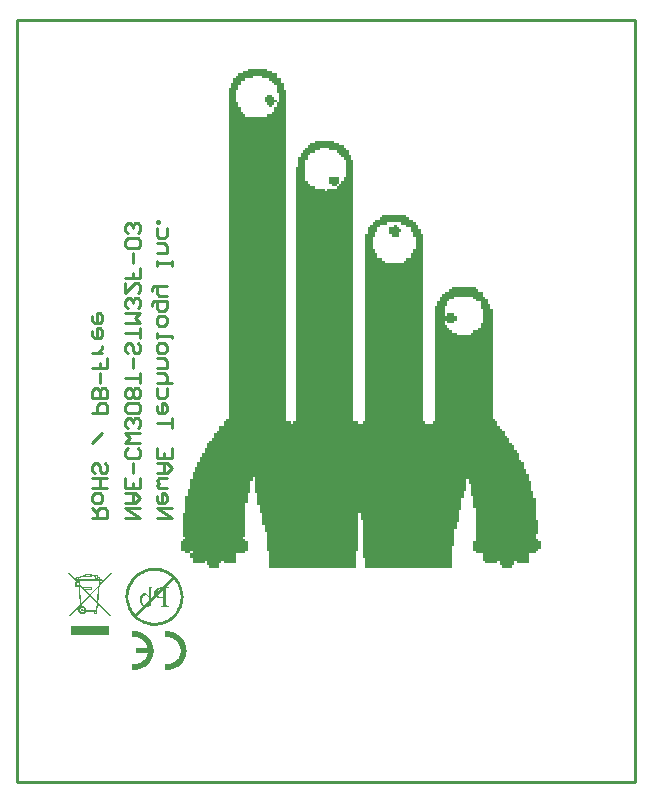
<source format=gbo>
G04*
G04 #@! TF.GenerationSoftware,Altium Limited,Altium Designer,18.1.7 (191)*
G04*
G04 Layer_Color=32896*
%FSLAX25Y25*%
%MOIN*%
G70*
G01*
G75*
%ADD13C,0.01000*%
G36*
X83300Y237100D02*
X84900D01*
Y236300D01*
X86500D01*
Y235500D01*
Y234700D01*
X88100D01*
Y233900D01*
Y233100D01*
X88900D01*
Y232300D01*
Y231500D01*
Y230700D01*
X89700D01*
Y229900D01*
Y229100D01*
Y228300D01*
Y227500D01*
Y226700D01*
Y225900D01*
Y225100D01*
Y224300D01*
Y223500D01*
Y222700D01*
Y221900D01*
Y221100D01*
Y220300D01*
Y219500D01*
Y218700D01*
Y217900D01*
Y217100D01*
Y216300D01*
Y215500D01*
Y214700D01*
Y213900D01*
Y213100D01*
Y212300D01*
Y211500D01*
Y210700D01*
Y209900D01*
Y209100D01*
Y208300D01*
Y207500D01*
Y206700D01*
Y205900D01*
Y205100D01*
Y204300D01*
Y203500D01*
Y202700D01*
Y201900D01*
Y201100D01*
Y200300D01*
Y199500D01*
Y198700D01*
Y197900D01*
Y197100D01*
Y196300D01*
Y195500D01*
Y194700D01*
Y193900D01*
Y193100D01*
Y192300D01*
Y191500D01*
Y190700D01*
Y189900D01*
Y189100D01*
Y188300D01*
Y187500D01*
Y186700D01*
Y185900D01*
Y185100D01*
Y184300D01*
Y183500D01*
Y182700D01*
Y181900D01*
Y181100D01*
Y180300D01*
Y179500D01*
Y178700D01*
Y177900D01*
Y177100D01*
Y176300D01*
Y175500D01*
Y174700D01*
Y173900D01*
Y173100D01*
Y172300D01*
Y171500D01*
Y170700D01*
Y169900D01*
Y169100D01*
Y168300D01*
Y167500D01*
Y166700D01*
Y165900D01*
Y165100D01*
Y164300D01*
Y163500D01*
Y162700D01*
Y161900D01*
Y161100D01*
Y160300D01*
Y159500D01*
Y158700D01*
Y157900D01*
Y157100D01*
Y156300D01*
Y155500D01*
Y154700D01*
Y153900D01*
Y153100D01*
Y152300D01*
Y151500D01*
Y150700D01*
Y149900D01*
Y149100D01*
Y148300D01*
Y147500D01*
Y146700D01*
Y145900D01*
Y145100D01*
Y144300D01*
Y143500D01*
Y142700D01*
Y141900D01*
Y141100D01*
Y140300D01*
Y139500D01*
Y138700D01*
Y137900D01*
Y137100D01*
Y136300D01*
Y135500D01*
Y134700D01*
Y133900D01*
Y133100D01*
Y132300D01*
Y131500D01*
Y130700D01*
Y129900D01*
Y129100D01*
Y128300D01*
Y127500D01*
Y126700D01*
Y125900D01*
Y125100D01*
Y124300D01*
Y123500D01*
Y122700D01*
Y121900D01*
Y121100D01*
Y120300D01*
X91300D01*
Y119500D01*
X92100D01*
Y120300D01*
X92900D01*
Y121100D01*
Y121900D01*
Y122700D01*
Y123500D01*
Y124300D01*
Y125100D01*
Y125900D01*
Y126700D01*
Y127500D01*
Y128300D01*
Y129100D01*
Y129900D01*
Y130700D01*
Y131500D01*
Y132300D01*
Y133100D01*
Y133900D01*
Y134700D01*
Y135500D01*
Y136300D01*
Y137100D01*
Y137900D01*
Y138700D01*
Y139500D01*
Y140300D01*
Y141100D01*
Y141900D01*
Y142700D01*
Y143500D01*
Y144300D01*
Y145100D01*
Y145900D01*
Y146700D01*
Y147500D01*
Y148300D01*
Y149100D01*
Y149900D01*
Y150700D01*
Y151500D01*
Y152300D01*
Y153100D01*
Y153900D01*
Y154700D01*
Y155500D01*
Y156300D01*
Y157100D01*
Y157900D01*
Y158700D01*
Y159500D01*
Y160300D01*
Y161100D01*
Y161900D01*
Y162700D01*
Y163500D01*
Y164300D01*
Y165100D01*
Y165900D01*
Y166700D01*
Y167500D01*
Y168300D01*
Y169100D01*
Y169900D01*
Y170700D01*
Y171500D01*
Y172300D01*
Y173100D01*
Y173900D01*
Y174700D01*
Y175500D01*
Y176300D01*
Y177100D01*
Y177900D01*
Y178700D01*
Y179500D01*
Y180300D01*
Y181100D01*
Y181900D01*
Y182700D01*
Y183500D01*
Y184300D01*
Y185100D01*
Y185900D01*
Y186700D01*
Y187500D01*
Y188300D01*
Y189100D01*
Y189900D01*
Y190700D01*
Y191500D01*
Y192300D01*
Y193100D01*
Y193900D01*
Y194700D01*
Y195500D01*
Y196300D01*
Y197100D01*
Y197900D01*
Y198700D01*
Y199500D01*
Y200300D01*
Y201100D01*
Y201900D01*
Y202700D01*
Y203500D01*
Y204300D01*
Y205100D01*
X93700D01*
Y205900D01*
Y206700D01*
Y207500D01*
Y208300D01*
X94500D01*
Y209100D01*
Y209900D01*
X95300D01*
Y210700D01*
X96100D01*
Y211500D01*
X96900D01*
Y212300D01*
X97700D01*
Y213100D01*
X99300D01*
Y213900D01*
X105700D01*
Y213100D01*
X107300D01*
Y212300D01*
X108900D01*
Y211500D01*
X109700D01*
Y210700D01*
X110500D01*
Y209900D01*
Y209100D01*
X111300D01*
Y208300D01*
Y207500D01*
X112100D01*
Y206700D01*
Y205900D01*
Y205100D01*
Y204300D01*
Y203500D01*
Y202700D01*
Y201900D01*
Y201100D01*
Y200300D01*
Y199500D01*
Y198700D01*
Y197900D01*
Y197100D01*
Y196300D01*
Y195500D01*
Y194700D01*
Y193900D01*
Y193100D01*
Y192300D01*
Y191500D01*
Y190700D01*
Y189900D01*
Y189100D01*
Y188300D01*
Y187500D01*
Y186700D01*
Y185900D01*
Y185100D01*
Y184300D01*
Y183500D01*
Y182700D01*
Y181900D01*
Y181100D01*
Y180300D01*
Y179500D01*
Y178700D01*
Y177900D01*
Y177100D01*
Y176300D01*
Y175500D01*
Y174700D01*
Y173900D01*
Y173100D01*
Y172300D01*
Y171500D01*
Y170700D01*
Y169900D01*
Y169100D01*
Y168300D01*
Y167500D01*
Y166700D01*
Y165900D01*
Y165100D01*
Y164300D01*
Y163500D01*
Y162700D01*
Y161900D01*
Y161100D01*
Y160300D01*
Y159500D01*
Y158700D01*
Y157900D01*
Y157100D01*
Y156300D01*
Y155500D01*
Y154700D01*
Y153900D01*
Y153100D01*
Y152300D01*
Y151500D01*
Y150700D01*
Y149900D01*
Y149100D01*
Y148300D01*
Y147500D01*
Y146700D01*
Y145900D01*
Y145100D01*
Y144300D01*
Y143500D01*
Y142700D01*
Y141900D01*
Y141100D01*
Y140300D01*
Y139500D01*
Y138700D01*
Y137900D01*
Y137100D01*
Y136300D01*
Y135500D01*
Y134700D01*
Y133900D01*
Y133100D01*
Y132300D01*
Y131500D01*
Y130700D01*
Y129900D01*
Y129100D01*
Y128300D01*
Y127500D01*
Y126700D01*
Y125900D01*
Y125100D01*
Y124300D01*
Y123500D01*
Y122700D01*
Y121900D01*
Y121100D01*
Y120300D01*
X113700D01*
Y119500D01*
X115300D01*
Y120300D01*
X116100D01*
Y121100D01*
Y121900D01*
Y122700D01*
Y123500D01*
Y124300D01*
Y125100D01*
Y125900D01*
Y126700D01*
Y127500D01*
Y128300D01*
Y129100D01*
Y129900D01*
Y130700D01*
Y131500D01*
Y132300D01*
Y133100D01*
Y133900D01*
Y134700D01*
Y135500D01*
Y136300D01*
Y137100D01*
Y137900D01*
Y138700D01*
Y139500D01*
Y140300D01*
Y141100D01*
Y141900D01*
Y142700D01*
Y143500D01*
Y144300D01*
Y145100D01*
Y145900D01*
Y146700D01*
Y147500D01*
Y148300D01*
Y149100D01*
Y149900D01*
Y150700D01*
Y151500D01*
Y152300D01*
Y153100D01*
Y153900D01*
Y154700D01*
Y155500D01*
Y156300D01*
Y157100D01*
Y157900D01*
Y158700D01*
Y159500D01*
Y160300D01*
Y161100D01*
Y161900D01*
Y162700D01*
Y163500D01*
Y164300D01*
Y165100D01*
Y165900D01*
Y166700D01*
Y167500D01*
Y168300D01*
Y169100D01*
Y169900D01*
Y170700D01*
Y171500D01*
Y172300D01*
Y173100D01*
Y173900D01*
Y174700D01*
Y175500D01*
Y176300D01*
Y177100D01*
Y177900D01*
Y178700D01*
Y179500D01*
Y180300D01*
Y181100D01*
Y181900D01*
Y182700D01*
X116900D01*
Y183500D01*
Y184300D01*
Y185100D01*
X117700D01*
Y185900D01*
X118500D01*
Y186700D01*
X119300D01*
Y187500D01*
X120900D01*
Y188300D01*
X121700D01*
Y189100D01*
X129700D01*
Y188300D01*
X130500D01*
Y187500D01*
X132100D01*
Y186700D01*
X132900D01*
Y185900D01*
X133700D01*
Y185100D01*
Y184300D01*
X134500D01*
Y183500D01*
Y182700D01*
X135300D01*
Y181900D01*
Y181100D01*
Y180300D01*
Y179500D01*
Y178700D01*
Y177900D01*
Y177100D01*
Y176300D01*
Y175500D01*
Y174700D01*
Y173900D01*
Y173100D01*
Y172300D01*
Y171500D01*
Y170700D01*
Y169900D01*
Y169100D01*
Y168300D01*
Y167500D01*
Y166700D01*
Y165900D01*
Y165100D01*
Y164300D01*
Y163500D01*
Y162700D01*
Y161900D01*
Y161100D01*
Y160300D01*
Y159500D01*
Y158700D01*
Y157900D01*
Y157100D01*
Y156300D01*
Y155500D01*
Y154700D01*
Y153900D01*
Y153100D01*
Y152300D01*
Y151500D01*
Y150700D01*
Y149900D01*
Y149100D01*
Y148300D01*
Y147500D01*
Y146700D01*
Y145900D01*
Y145100D01*
Y144300D01*
Y143500D01*
Y142700D01*
Y141900D01*
Y141100D01*
Y140300D01*
Y139500D01*
Y138700D01*
Y137900D01*
Y137100D01*
Y136300D01*
Y135500D01*
Y134700D01*
Y133900D01*
Y133100D01*
Y132300D01*
Y131500D01*
Y130700D01*
Y129900D01*
Y129100D01*
Y128300D01*
Y127500D01*
Y126700D01*
Y125900D01*
Y125100D01*
Y124300D01*
Y123500D01*
Y122700D01*
Y121900D01*
Y121100D01*
Y120300D01*
X136100D01*
Y119500D01*
X138500D01*
Y120300D01*
X139300D01*
Y121100D01*
Y121900D01*
Y122700D01*
Y123500D01*
Y124300D01*
Y125100D01*
Y125900D01*
Y126700D01*
Y127500D01*
Y128300D01*
Y129100D01*
Y129900D01*
Y130700D01*
Y131500D01*
Y132300D01*
Y133100D01*
Y133900D01*
Y134700D01*
Y135500D01*
Y136300D01*
Y137100D01*
Y137900D01*
Y138700D01*
Y139500D01*
Y140300D01*
Y141100D01*
Y141900D01*
Y142700D01*
Y143500D01*
Y144300D01*
Y145100D01*
Y145900D01*
Y146700D01*
Y147500D01*
Y148300D01*
Y149100D01*
Y149900D01*
Y150700D01*
Y151500D01*
Y152300D01*
Y153100D01*
Y153900D01*
Y154700D01*
Y155500D01*
Y156300D01*
Y157100D01*
Y157900D01*
Y158700D01*
X140100D01*
Y159500D01*
Y160300D01*
X140900D01*
Y161100D01*
Y161900D01*
X141700D01*
Y162700D01*
X142500D01*
Y163500D01*
X144100D01*
Y164300D01*
X144900D01*
Y165100D01*
X152900D01*
Y164300D01*
X153700D01*
Y163500D01*
X155300D01*
Y162700D01*
Y161900D01*
X156100D01*
Y161100D01*
X156900D01*
Y160300D01*
Y159500D01*
X157700D01*
Y158700D01*
Y157900D01*
X158500D01*
Y157100D01*
Y156300D01*
Y155500D01*
Y154700D01*
Y153900D01*
Y153100D01*
Y152300D01*
Y151500D01*
Y150700D01*
Y149900D01*
Y149100D01*
Y148300D01*
Y147500D01*
Y146700D01*
Y145900D01*
Y145100D01*
Y144300D01*
Y143500D01*
Y142700D01*
Y141900D01*
Y141100D01*
Y140300D01*
Y139500D01*
Y138700D01*
Y137900D01*
Y137100D01*
Y136300D01*
Y135500D01*
Y134700D01*
Y133900D01*
Y133100D01*
Y132300D01*
Y131500D01*
Y130700D01*
Y129900D01*
Y129100D01*
Y128300D01*
Y127500D01*
Y126700D01*
Y125900D01*
Y125100D01*
Y124300D01*
Y123500D01*
Y122700D01*
Y121900D01*
Y121100D01*
X159300D01*
Y120300D01*
X160100D01*
Y119500D01*
Y118700D01*
X160900D01*
Y117900D01*
X161700D01*
Y117100D01*
X162500D01*
Y116300D01*
Y115500D01*
X163300D01*
Y114700D01*
X164100D01*
Y113900D01*
Y113100D01*
X164900D01*
Y112300D01*
X165700D01*
Y111500D01*
Y110700D01*
X166500D01*
Y109900D01*
X167300D01*
Y109100D01*
Y108300D01*
Y107500D01*
X168100D01*
Y106700D01*
X168900D01*
Y105900D01*
Y105100D01*
Y104300D01*
X169700D01*
Y103500D01*
Y102700D01*
X170500D01*
Y101900D01*
Y101100D01*
Y100300D01*
X171300D01*
Y99500D01*
Y98700D01*
Y97900D01*
Y97100D01*
X172100D01*
Y96300D01*
Y95500D01*
Y94700D01*
X172900D01*
Y93900D01*
Y93100D01*
Y92300D01*
Y91500D01*
Y90700D01*
Y89900D01*
Y89100D01*
Y88300D01*
Y87500D01*
X173700D01*
Y86700D01*
Y85900D01*
Y85100D01*
Y84300D01*
Y83500D01*
Y82700D01*
X172900D01*
Y81900D01*
Y81100D01*
X173700D01*
Y80300D01*
X174500D01*
Y79500D01*
Y78700D01*
Y77900D01*
X173700D01*
Y77100D01*
X172900D01*
Y76300D01*
X170500D01*
Y75500D01*
Y74700D01*
Y73900D01*
Y73100D01*
X166500D01*
Y73900D01*
X165700D01*
Y73100D01*
Y72300D01*
X164900D01*
Y71500D01*
X161700D01*
Y72300D01*
X160900D01*
Y73100D01*
Y73900D01*
X160100D01*
Y73100D01*
X156100D01*
Y73900D01*
X155300D01*
Y74700D01*
Y75500D01*
Y76300D01*
X152900D01*
Y77100D01*
X152100D01*
Y77900D01*
Y78700D01*
Y79500D01*
Y80300D01*
X152900D01*
Y81100D01*
Y81900D01*
Y82700D01*
Y83500D01*
Y84300D01*
Y85100D01*
Y85900D01*
Y86700D01*
Y87500D01*
Y88300D01*
Y89100D01*
Y89900D01*
Y90700D01*
Y91500D01*
X152100D01*
Y92300D01*
Y93100D01*
Y93900D01*
Y94700D01*
Y95500D01*
X151300D01*
Y96300D01*
Y97100D01*
Y97900D01*
Y98700D01*
Y99500D01*
X150500D01*
Y100300D01*
Y101100D01*
X149700D01*
Y100300D01*
Y99500D01*
Y98700D01*
Y97900D01*
Y97100D01*
X148900D01*
Y96300D01*
Y95500D01*
Y94700D01*
X148100D01*
Y93900D01*
Y93100D01*
Y92300D01*
Y91500D01*
Y90700D01*
X147300D01*
Y89900D01*
Y89100D01*
Y88300D01*
Y87500D01*
Y86700D01*
X146500D01*
Y85900D01*
Y85100D01*
Y84300D01*
X145700D01*
Y83500D01*
Y82700D01*
Y81900D01*
Y81100D01*
Y80300D01*
Y79500D01*
Y78700D01*
X144900D01*
Y77900D01*
Y77100D01*
Y76300D01*
Y75500D01*
Y74700D01*
Y73900D01*
Y73100D01*
Y72300D01*
Y71500D01*
X116100D01*
Y72300D01*
Y73100D01*
Y73900D01*
Y74700D01*
X115300D01*
Y75500D01*
Y76300D01*
Y77100D01*
Y77900D01*
Y78700D01*
Y79500D01*
Y80300D01*
Y81100D01*
Y81900D01*
Y82700D01*
Y83500D01*
Y84300D01*
Y85100D01*
Y85900D01*
Y86700D01*
Y87500D01*
X114500D01*
Y88300D01*
Y89100D01*
Y89900D01*
X113700D01*
Y89100D01*
Y88300D01*
Y87500D01*
Y86700D01*
Y85900D01*
Y85100D01*
Y84300D01*
Y83500D01*
Y82700D01*
Y81900D01*
Y81100D01*
Y80300D01*
Y79500D01*
Y78700D01*
Y77900D01*
Y77100D01*
X112900D01*
Y76300D01*
Y75500D01*
Y74700D01*
Y73900D01*
Y73100D01*
Y72300D01*
Y71500D01*
X84100D01*
Y72300D01*
Y73100D01*
Y73900D01*
Y74700D01*
Y75500D01*
Y76300D01*
Y77100D01*
X83300D01*
Y77900D01*
Y78700D01*
Y79500D01*
Y80300D01*
Y81100D01*
Y81900D01*
Y82700D01*
Y83500D01*
X82500D01*
Y84300D01*
Y85100D01*
Y85900D01*
X81700D01*
Y86700D01*
Y87500D01*
Y88300D01*
Y89100D01*
Y89900D01*
X80900D01*
Y90700D01*
Y91500D01*
Y92300D01*
X80100D01*
Y93100D01*
Y93900D01*
Y94700D01*
Y95500D01*
Y96300D01*
X79300D01*
Y97100D01*
Y97900D01*
Y98700D01*
Y99500D01*
Y100300D01*
Y101100D01*
Y101900D01*
X78500D01*
Y101100D01*
Y100300D01*
X77700D01*
Y99500D01*
Y98700D01*
Y97900D01*
Y97100D01*
Y96300D01*
X76900D01*
Y95500D01*
Y94700D01*
Y93900D01*
Y93100D01*
X76100D01*
Y92300D01*
Y91500D01*
Y90700D01*
Y89900D01*
Y89100D01*
Y88300D01*
Y87500D01*
Y86700D01*
Y85900D01*
Y85100D01*
Y84300D01*
Y83500D01*
Y82700D01*
Y81900D01*
X75300D01*
Y81100D01*
X76100D01*
Y80300D01*
X76900D01*
Y79500D01*
Y78700D01*
Y77900D01*
Y77100D01*
X76100D01*
Y76300D01*
X72900D01*
Y75500D01*
Y74700D01*
Y73900D01*
Y73100D01*
X68900D01*
Y73900D01*
X68100D01*
Y73100D01*
X67300D01*
Y72300D01*
Y71500D01*
X64100D01*
Y72300D01*
X63300D01*
Y73100D01*
Y73900D01*
X62500D01*
Y73100D01*
X58500D01*
Y73900D01*
Y74700D01*
X57700D01*
Y75500D01*
Y76300D01*
X56100D01*
Y77100D01*
X54500D01*
Y77900D01*
Y78700D01*
Y79500D01*
Y80300D01*
X55300D01*
Y81100D01*
X56100D01*
Y81900D01*
X55300D01*
Y82700D01*
Y83500D01*
Y84300D01*
Y85100D01*
Y85900D01*
Y86700D01*
Y87500D01*
Y88300D01*
Y89100D01*
Y89900D01*
X56100D01*
Y90700D01*
Y91500D01*
Y92300D01*
Y93100D01*
Y93900D01*
Y94700D01*
Y95500D01*
X56900D01*
Y96300D01*
Y97100D01*
Y97900D01*
X57700D01*
Y98700D01*
Y99500D01*
Y100300D01*
Y101100D01*
X58500D01*
Y101900D01*
Y102700D01*
Y103500D01*
X59300D01*
Y104300D01*
Y105100D01*
X60100D01*
Y105900D01*
Y106700D01*
X60900D01*
Y107500D01*
Y108300D01*
X61700D01*
Y109100D01*
Y109900D01*
X62500D01*
Y110700D01*
Y111500D01*
X63300D01*
Y112300D01*
Y113100D01*
X64100D01*
Y113900D01*
X64900D01*
Y114700D01*
X65700D01*
Y115500D01*
Y116300D01*
X66500D01*
Y117100D01*
X67300D01*
Y117900D01*
Y118700D01*
X68900D01*
Y119500D01*
Y120300D01*
X69700D01*
Y121100D01*
X70500D01*
Y121900D01*
Y122700D01*
Y123500D01*
Y124300D01*
Y125100D01*
Y125900D01*
Y126700D01*
Y127500D01*
Y128300D01*
Y129100D01*
Y129900D01*
Y130700D01*
Y131500D01*
Y132300D01*
Y133100D01*
Y133900D01*
Y134700D01*
Y135500D01*
Y136300D01*
Y137100D01*
Y137900D01*
Y138700D01*
Y139500D01*
Y140300D01*
Y141100D01*
Y141900D01*
Y142700D01*
Y143500D01*
Y144300D01*
Y145100D01*
Y145900D01*
Y146700D01*
Y147500D01*
Y148300D01*
Y149100D01*
Y149900D01*
Y150700D01*
Y151500D01*
Y152300D01*
Y153100D01*
Y153900D01*
Y154700D01*
Y155500D01*
Y156300D01*
Y157100D01*
Y157900D01*
Y158700D01*
Y159500D01*
Y160300D01*
Y161100D01*
Y161900D01*
Y162700D01*
Y163500D01*
Y164300D01*
Y165100D01*
Y165900D01*
Y166700D01*
Y167500D01*
Y168300D01*
Y169100D01*
Y169900D01*
Y170700D01*
Y171500D01*
Y172300D01*
Y173100D01*
Y173900D01*
Y174700D01*
Y175500D01*
Y176300D01*
Y177100D01*
Y177900D01*
Y178700D01*
Y179500D01*
Y180300D01*
Y181100D01*
Y181900D01*
Y182700D01*
Y183500D01*
Y184300D01*
Y185100D01*
Y185900D01*
Y186700D01*
Y187500D01*
Y188300D01*
Y189100D01*
Y189900D01*
Y190700D01*
Y191500D01*
Y192300D01*
Y193100D01*
Y193900D01*
Y194700D01*
Y195500D01*
Y196300D01*
Y197100D01*
Y197900D01*
Y198700D01*
Y199500D01*
Y200300D01*
Y201100D01*
Y201900D01*
Y202700D01*
Y203500D01*
Y204300D01*
Y205100D01*
Y205900D01*
Y206700D01*
Y207500D01*
Y208300D01*
Y209100D01*
Y209900D01*
Y210700D01*
Y211500D01*
Y212300D01*
Y213100D01*
Y213900D01*
Y214700D01*
Y215500D01*
Y216300D01*
Y217100D01*
Y217900D01*
Y218700D01*
Y219500D01*
Y220300D01*
Y221100D01*
Y221900D01*
Y222700D01*
Y223500D01*
Y224300D01*
Y225100D01*
Y225900D01*
Y226700D01*
Y227500D01*
Y228300D01*
Y229100D01*
Y229900D01*
Y230700D01*
Y231500D01*
X71300D01*
Y232300D01*
Y233100D01*
X72100D01*
Y233900D01*
Y234700D01*
X72900D01*
Y235500D01*
X73700D01*
Y236300D01*
X75300D01*
Y237100D01*
X76900D01*
Y237900D01*
X83300D01*
Y237100D01*
D02*
G37*
G36*
X31500Y69722D02*
X27578Y65638D01*
X27462Y64539D01*
X27219Y61866D01*
X27022Y59945D01*
X31222Y55630D01*
X30933Y55352D01*
X26988Y59401D01*
X26756Y56914D01*
X26629D01*
Y55965D01*
X25750D01*
Y56914D01*
X23031D01*
X22927Y56729D01*
X22799Y56544D01*
X22603Y56335D01*
X22348Y56162D01*
X22059Y56069D01*
X21781Y56035D01*
X21492Y56046D01*
X21284Y56104D01*
X21041Y56208D01*
X20832Y56335D01*
X20671Y56497D01*
X20508Y56729D01*
X20393Y56983D01*
X20323Y57226D01*
X20300Y57423D01*
X20323Y57666D01*
X20358Y57851D01*
X20427Y58025D01*
X20532Y58221D01*
X20647Y58383D01*
X20809Y58534D01*
X20983Y58649D01*
X21145Y58730D01*
X21122Y58939D01*
X17662Y55352D01*
X17373Y55641D01*
X21087Y59482D01*
X20786Y62838D01*
X20578Y65267D01*
X19467D01*
Y66829D01*
X19757D01*
X16945Y69722D01*
X17234Y69999D01*
X19884Y67269D01*
Y67466D01*
X19826Y67512D01*
X19757Y67558D01*
X19687Y67628D01*
X19618Y67709D01*
X19583Y67813D01*
X19548Y67905D01*
X19537Y68021D01*
X19560Y68172D01*
X19594Y68252D01*
X19699Y68414D01*
X19814Y68519D01*
X19965Y68588D01*
X20127Y68611D01*
X20289Y68588D01*
X20427Y68530D01*
X20543Y68461D01*
X20601Y68391D01*
X20705Y68484D01*
X20879Y68600D01*
X21087Y68704D01*
X21388Y68819D01*
X21712Y68912D01*
X22036Y68981D01*
X22383Y69039D01*
X22660Y69074D01*
Y69421D01*
X24882D01*
Y69120D01*
X25056D01*
X25345Y69086D01*
X25646Y69051D01*
X25935Y69004D01*
Y69190D01*
X26895D01*
Y68738D01*
X27011Y68681D01*
X27161Y68611D01*
X27335Y68507D01*
X27474Y68414D01*
X27601Y68299D01*
X27694Y68218D01*
X27751Y68137D01*
X27798Y68044D01*
X27775Y67882D01*
X28330D01*
Y67177D01*
X27717D01*
X27624Y66262D01*
X31211Y69999D01*
X31500Y69722D01*
D02*
G37*
G36*
X30655Y52147D02*
Y52089D01*
Y52008D01*
Y51927D01*
Y51835D01*
Y51754D01*
Y51696D01*
Y51684D01*
Y51673D01*
Y51291D01*
Y51106D01*
Y50932D01*
Y50793D01*
Y50678D01*
Y50631D01*
Y50597D01*
Y50585D01*
Y50573D01*
Y50354D01*
Y50157D01*
Y49972D01*
Y49810D01*
Y49671D01*
Y49578D01*
Y49509D01*
Y49498D01*
Y49486D01*
Y49324D01*
Y49208D01*
Y49116D01*
Y49058D01*
Y49023D01*
Y49012D01*
Y49000D01*
X18009D01*
Y49023D01*
Y49081D01*
Y49150D01*
Y49243D01*
Y49336D01*
Y49405D01*
Y49463D01*
Y49486D01*
Y49868D01*
Y50053D01*
Y50215D01*
Y50365D01*
Y50469D01*
Y50516D01*
Y50550D01*
Y50562D01*
Y50573D01*
Y50793D01*
Y51002D01*
Y51187D01*
Y51349D01*
Y51487D01*
Y51592D01*
Y51649D01*
Y51673D01*
Y51765D01*
Y51835D01*
Y51962D01*
Y52055D01*
Y52112D01*
Y52147D01*
Y52159D01*
Y52170D01*
X30655D01*
Y52147D01*
D02*
G37*
G36*
X46198Y71573D02*
X46568Y71550D01*
X46927Y71515D01*
X47274Y71457D01*
X47621Y71399D01*
X47945Y71319D01*
X48593Y71145D01*
X49194Y70925D01*
X49761Y70682D01*
X50282Y70428D01*
X50525Y70300D01*
X50756Y70161D01*
X50976Y70034D01*
X51184Y69895D01*
X51381Y69768D01*
X51566Y69641D01*
X51740Y69514D01*
X51902Y69398D01*
X52041Y69282D01*
X52168Y69178D01*
X52284Y69086D01*
X52388Y69004D01*
X52480Y68923D01*
X52550Y68866D01*
X52608Y68808D01*
X52642Y68773D01*
X52665Y68750D01*
X52677Y68738D01*
X52931Y68472D01*
X53174Y68195D01*
X53394Y67917D01*
X53614Y67628D01*
X53799Y67339D01*
X53984Y67061D01*
X54158Y66760D01*
X54308Y66471D01*
X54447Y66181D01*
X54586Y65892D01*
X54806Y65325D01*
X55002Y64781D01*
X55141Y64261D01*
X55269Y63763D01*
X55315Y63532D01*
X55350Y63312D01*
X55384Y63115D01*
X55419Y62919D01*
X55442Y62734D01*
X55454Y62572D01*
X55465Y62421D01*
X55477Y62294D01*
X55488Y62178D01*
Y62074D01*
X55500Y62005D01*
Y61947D01*
Y61912D01*
Y61901D01*
X55488Y61530D01*
X55465Y61160D01*
X55431Y60801D01*
X55373Y60454D01*
X55315Y60107D01*
X55234Y59783D01*
X55060Y59135D01*
X54840Y58534D01*
X54609Y57967D01*
X54355Y57446D01*
X54216Y57203D01*
X54088Y56972D01*
X53961Y56752D01*
X53822Y56544D01*
X53695Y56347D01*
X53568Y56162D01*
X53452Y55988D01*
X53336Y55826D01*
X53221Y55687D01*
X53117Y55560D01*
X53024Y55445D01*
X52931Y55340D01*
X52862Y55248D01*
X52793Y55178D01*
X52746Y55120D01*
X52712Y55086D01*
X52688Y55063D01*
X52677Y55051D01*
X52411Y54797D01*
X52133Y54554D01*
X51855Y54322D01*
X51566Y54114D01*
X51277Y53917D01*
X50988Y53732D01*
X50699Y53570D01*
X50409Y53408D01*
X50120Y53269D01*
X49831Y53142D01*
X49264Y52911D01*
X48708Y52725D01*
X48188Y52575D01*
X47702Y52459D01*
X47470Y52402D01*
X47251Y52367D01*
X47042Y52332D01*
X46846Y52309D01*
X46661Y52274D01*
X46499Y52263D01*
X46348Y52251D01*
X46221Y52240D01*
X46105Y52228D01*
X46001D01*
X45932Y52217D01*
X45827D01*
X45457Y52228D01*
X45087Y52251D01*
X44728Y52286D01*
X44381Y52344D01*
X44046Y52402D01*
X43710Y52483D01*
X43074Y52656D01*
X42472Y52876D01*
X41905Y53119D01*
X41385Y53373D01*
X41142Y53501D01*
X40910Y53640D01*
X40690Y53767D01*
X40482Y53894D01*
X40285Y54033D01*
X40100Y54160D01*
X39927Y54276D01*
X39765Y54392D01*
X39626Y54507D01*
X39499Y54611D01*
X39383Y54704D01*
X39279Y54785D01*
X39186Y54866D01*
X39117Y54935D01*
X39059Y54982D01*
X39024Y55016D01*
X39001Y55040D01*
X38990Y55051D01*
X38735Y55317D01*
X38492Y55595D01*
X38261Y55873D01*
X38052Y56162D01*
X37856Y56451D01*
X37671Y56740D01*
X37497Y57030D01*
X37347Y57319D01*
X37196Y57608D01*
X37069Y57897D01*
X36838Y58464D01*
X36652Y59020D01*
X36502Y59540D01*
X36386Y60026D01*
X36329Y60258D01*
X36294Y60477D01*
X36259Y60686D01*
X36224Y60882D01*
X36201Y61067D01*
X36190Y61229D01*
X36178Y61380D01*
X36167Y61507D01*
X36155Y61623D01*
X36143Y61727D01*
Y61796D01*
Y61854D01*
Y61889D01*
Y61901D01*
X36155Y62271D01*
X36178Y62641D01*
X36213Y63000D01*
X36271Y63347D01*
X36329Y63682D01*
X36410Y64018D01*
X36583Y64654D01*
X36803Y65256D01*
X37046Y65823D01*
X37300Y66343D01*
X37428Y66586D01*
X37567Y66818D01*
X37694Y67038D01*
X37833Y67246D01*
X37960Y67443D01*
X38087Y67628D01*
X38214Y67801D01*
X38330Y67963D01*
X38446Y68102D01*
X38550Y68229D01*
X38642Y68345D01*
X38723Y68449D01*
X38805Y68542D01*
X38862Y68611D01*
X38920Y68669D01*
X38955Y68704D01*
X38978Y68727D01*
X38990Y68738D01*
X39256Y68993D01*
X39533Y69236D01*
X39811Y69467D01*
X40100Y69676D01*
X40390Y69872D01*
X40667Y70057D01*
X40968Y70231D01*
X41257Y70381D01*
X41547Y70532D01*
X41836Y70659D01*
X42403Y70890D01*
X42947Y71076D01*
X43467Y71226D01*
X43965Y71342D01*
X44196Y71399D01*
X44416Y71434D01*
X44613Y71469D01*
X44809Y71504D01*
X44994Y71527D01*
X45156Y71538D01*
X45307Y71550D01*
X45434Y71561D01*
X45550Y71573D01*
X45654Y71585D01*
X45827D01*
X46198Y71573D01*
D02*
G37*
G36*
X50541Y50377D02*
X51016Y50320D01*
X51467Y50227D01*
X51895Y50100D01*
X52300Y49961D01*
X52670Y49799D01*
X53029Y49625D01*
X53341Y49452D01*
X53631Y49278D01*
X53885Y49105D01*
X54105Y48943D01*
X54290Y48804D01*
X54429Y48677D01*
X54533Y48584D01*
X54602Y48526D01*
X54626Y48503D01*
X54961Y48144D01*
X55250Y47763D01*
X55505Y47381D01*
X55713Y46999D01*
X55898Y46606D01*
X56049Y46235D01*
X56176Y45865D01*
X56280Y45518D01*
X56350Y45194D01*
X56407Y44893D01*
X56454Y44627D01*
X56477Y44396D01*
X56488Y44292D01*
X56500Y44199D01*
Y44130D01*
X56512Y44060D01*
Y44014D01*
Y43979D01*
Y43956D01*
Y43944D01*
X56488Y43459D01*
X56431Y42984D01*
X56338Y42533D01*
X56211Y42105D01*
X56072Y41700D01*
X55910Y41330D01*
X55748Y40983D01*
X55563Y40659D01*
X55389Y40381D01*
X55227Y40126D01*
X55065Y39907D01*
X54915Y39721D01*
X54799Y39583D01*
X54707Y39467D01*
X54649Y39409D01*
X54626Y39386D01*
X54267Y39050D01*
X53885Y38761D01*
X53503Y38507D01*
X53110Y38298D01*
X52728Y38113D01*
X52346Y37963D01*
X51976Y37835D01*
X51629Y37731D01*
X51305Y37662D01*
X51004Y37604D01*
X50738Y37558D01*
X50507Y37535D01*
X50403Y37523D01*
X50310Y37512D01*
X50241D01*
X50171Y37500D01*
X49812D01*
X49708Y37512D01*
X49523D01*
X49465Y37523D01*
X49408D01*
Y39478D01*
X49627Y39455D01*
X49743Y39444D01*
X49836D01*
X49928Y39432D01*
X50055D01*
X50403Y39444D01*
X50727Y39490D01*
X51039Y39560D01*
X51340Y39640D01*
X51617Y39733D01*
X51884Y39849D01*
X52126Y39964D01*
X52346Y40092D01*
X52555Y40219D01*
X52728Y40335D01*
X52879Y40450D01*
X53006Y40543D01*
X53110Y40635D01*
X53191Y40693D01*
X53237Y40740D01*
X53249Y40751D01*
X53480Y41006D01*
X53689Y41272D01*
X53862Y41538D01*
X54013Y41816D01*
X54140Y42082D01*
X54244Y42348D01*
X54336Y42602D01*
X54406Y42845D01*
X54452Y43077D01*
X54498Y43285D01*
X54522Y43470D01*
X54545Y43632D01*
X54556Y43759D01*
X54568Y43863D01*
Y43921D01*
Y43944D01*
X54556Y44292D01*
X54510Y44616D01*
X54440Y44940D01*
X54360Y45240D01*
X54267Y45518D01*
X54151Y45784D01*
X54036Y46027D01*
X53908Y46247D01*
X53781Y46444D01*
X53665Y46617D01*
X53550Y46779D01*
X53457Y46906D01*
X53364Y46999D01*
X53307Y47080D01*
X53260Y47126D01*
X53249Y47138D01*
X52994Y47369D01*
X52728Y47578D01*
X52462Y47751D01*
X52184Y47913D01*
X51918Y48040D01*
X51652Y48144D01*
X51398Y48237D01*
X51155Y48306D01*
X50923Y48353D01*
X50715Y48399D01*
X50530Y48434D01*
X50368Y48445D01*
X50241Y48457D01*
X50137Y48468D01*
X50055D01*
X49812Y48457D01*
X49708D01*
X49604Y48445D01*
X49523Y48434D01*
X49465D01*
X49419Y48422D01*
X49408D01*
Y50366D01*
X49627Y50389D01*
X49731D01*
X49836Y50401D01*
X50055D01*
X50541Y50377D01*
D02*
G37*
G36*
X39573D02*
X40047Y50320D01*
X40499Y50227D01*
X40927Y50100D01*
X41332Y49961D01*
X41702Y49799D01*
X42049Y49625D01*
X42373Y49452D01*
X42651Y49278D01*
X42905Y49105D01*
X43125Y48943D01*
X43310Y48804D01*
X43449Y48677D01*
X43565Y48584D01*
X43623Y48526D01*
X43646Y48503D01*
X43981Y48144D01*
X44271Y47763D01*
X44525Y47381D01*
X44733Y46999D01*
X44918Y46606D01*
X45069Y46235D01*
X45196Y45865D01*
X45300Y45518D01*
X45370Y45194D01*
X45428Y44893D01*
X45474Y44627D01*
X45497Y44396D01*
X45509Y44292D01*
X45520Y44199D01*
Y44130D01*
X45532Y44060D01*
Y44014D01*
Y43979D01*
Y43956D01*
Y43944D01*
X45509Y43459D01*
X45451Y42984D01*
X45358Y42533D01*
X45231Y42105D01*
X45092Y41700D01*
X44930Y41330D01*
X44768Y40983D01*
X44583Y40659D01*
X44409Y40381D01*
X44247Y40126D01*
X44085Y39907D01*
X43935Y39721D01*
X43819Y39583D01*
X43727Y39467D01*
X43669Y39409D01*
X43646Y39386D01*
X43287Y39050D01*
X42905Y38761D01*
X42523Y38507D01*
X42142Y38298D01*
X41748Y38113D01*
X41378Y37963D01*
X41008Y37835D01*
X40661Y37731D01*
X40337Y37662D01*
X40036Y37604D01*
X39770Y37558D01*
X39538Y37535D01*
X39434Y37523D01*
X39342Y37512D01*
X39272D01*
X39203Y37500D01*
X38844D01*
X38740Y37512D01*
X38555D01*
X38497Y37523D01*
X38439D01*
X38451Y39478D01*
X38671Y39455D01*
X38775Y39444D01*
X38879D01*
X38960Y39432D01*
X39087D01*
X39376Y39444D01*
X39666Y39478D01*
X39943Y39525D01*
X40198Y39583D01*
X40452Y39664D01*
X40684Y39745D01*
X40904Y39837D01*
X41100Y39930D01*
X41285Y40022D01*
X41447Y40115D01*
X41586Y40196D01*
X41702Y40277D01*
X41794Y40335D01*
X41864Y40381D01*
X41910Y40416D01*
X41922Y40427D01*
X42142Y40624D01*
X42350Y40821D01*
X42523Y41029D01*
X42685Y41249D01*
X42836Y41457D01*
X42963Y41677D01*
X43079Y41885D01*
X43171Y42082D01*
X43252Y42267D01*
X43322Y42440D01*
X43380Y42591D01*
X43426Y42730D01*
X43461Y42834D01*
X43484Y42915D01*
X43495Y42961D01*
Y42984D01*
X39724D01*
Y44916D01*
X43495D01*
X43426Y45206D01*
X43333Y45472D01*
X43229Y45738D01*
X43113Y45981D01*
X42986Y46201D01*
X42859Y46409D01*
X42720Y46606D01*
X42593Y46779D01*
X42466Y46941D01*
X42338Y47080D01*
X42234Y47196D01*
X42130Y47288D01*
X42049Y47369D01*
X41991Y47427D01*
X41945Y47462D01*
X41933Y47473D01*
X41690Y47647D01*
X41447Y47797D01*
X41205Y47936D01*
X40962Y48052D01*
X40718Y48144D01*
X40487Y48225D01*
X40256Y48295D01*
X40036Y48341D01*
X39839Y48387D01*
X39654Y48410D01*
X39492Y48434D01*
X39353Y48457D01*
X39238D01*
X39157Y48468D01*
X39087D01*
X38844Y48457D01*
X38740D01*
X38636Y48445D01*
X38555Y48434D01*
X38497D01*
X38451Y48422D01*
X38439D01*
Y50366D01*
X38578Y50377D01*
X38694Y50389D01*
X38809D01*
X38902Y50401D01*
X39087D01*
X39573Y50377D01*
D02*
G37*
%LPC*%
G36*
X81700Y235500D02*
X78500D01*
Y234700D01*
X76100D01*
Y233900D01*
X74500D01*
Y233100D01*
Y232300D01*
X73700D01*
Y231500D01*
Y230700D01*
X72900D01*
Y229900D01*
Y229100D01*
Y228300D01*
Y227500D01*
Y226700D01*
X73700D01*
Y225900D01*
Y225100D01*
X74500D01*
Y224300D01*
Y223500D01*
X75300D01*
Y222700D01*
X76100D01*
Y221900D01*
X83300D01*
Y222700D01*
X84900D01*
Y223500D01*
X85700D01*
Y224300D01*
Y225100D01*
X86500D01*
Y225900D01*
Y226700D01*
X85700D01*
Y225900D01*
X84900D01*
Y225100D01*
X84100D01*
Y225900D01*
X83300D01*
Y226700D01*
X82500D01*
Y227500D01*
Y228300D01*
X83300D01*
Y229100D01*
X84900D01*
Y228300D01*
X85700D01*
Y227500D01*
X86500D01*
Y226700D01*
X87300D01*
Y227500D01*
Y228300D01*
Y229100D01*
Y229900D01*
X86500D01*
Y230700D01*
Y231500D01*
Y232300D01*
X85700D01*
Y233100D01*
X84900D01*
Y233900D01*
X84100D01*
Y234700D01*
X81700D01*
Y235500D01*
D02*
G37*
G36*
X104100Y211500D02*
X100900D01*
Y210700D01*
X99300D01*
Y209900D01*
X97700D01*
Y209100D01*
X96900D01*
Y208300D01*
Y207500D01*
X96100D01*
Y206700D01*
Y205900D01*
Y205100D01*
Y204300D01*
Y203500D01*
Y202700D01*
Y201900D01*
Y201100D01*
Y200300D01*
X96900D01*
Y199500D01*
X97700D01*
Y198700D01*
X99300D01*
Y197900D01*
X102500D01*
Y197100D01*
X103300D01*
Y197900D01*
X106500D01*
Y198700D01*
X104900D01*
Y199500D01*
X104100D01*
Y200300D01*
Y201100D01*
Y201900D01*
X107300D01*
Y201100D01*
Y200300D01*
Y199500D01*
X108100D01*
Y200300D01*
X108900D01*
Y201100D01*
Y201900D01*
X109700D01*
Y202700D01*
Y203500D01*
Y204300D01*
Y205100D01*
Y205900D01*
Y206700D01*
Y207500D01*
X108900D01*
Y208300D01*
X108100D01*
Y209100D01*
X107300D01*
Y209900D01*
X106500D01*
Y210700D01*
X104100D01*
Y211500D01*
D02*
G37*
G36*
X107300Y199500D02*
X106500D01*
Y198700D01*
X107300D01*
Y199500D01*
D02*
G37*
G36*
X128100Y186700D02*
X123300D01*
Y185900D01*
X120900D01*
Y185100D01*
X120100D01*
Y184300D01*
Y183500D01*
X119300D01*
Y182700D01*
Y181900D01*
X118500D01*
Y181100D01*
Y180300D01*
Y179500D01*
Y178700D01*
Y177900D01*
X119300D01*
Y177100D01*
Y176300D01*
X120100D01*
Y175500D01*
Y174700D01*
X121700D01*
Y173900D01*
X122500D01*
Y173100D01*
X128900D01*
Y173900D01*
X129700D01*
Y174700D01*
X131300D01*
Y175500D01*
Y176300D01*
X132100D01*
Y177100D01*
Y177900D01*
X132900D01*
Y178700D01*
Y179500D01*
Y180300D01*
Y181100D01*
Y181900D01*
X132100D01*
Y182700D01*
Y183500D01*
X131300D01*
Y184300D01*
Y185100D01*
X129700D01*
Y185900D01*
X128100D01*
Y186700D01*
D02*
G37*
G36*
X152100Y161900D02*
X145700D01*
Y161100D01*
X144100D01*
Y160300D01*
X143300D01*
Y159500D01*
Y158700D01*
X142500D01*
Y157900D01*
Y157100D01*
Y156300D01*
Y155500D01*
X143300D01*
Y156300D01*
X145700D01*
Y155500D01*
X146500D01*
Y154700D01*
Y153900D01*
X145700D01*
Y153100D01*
X143300D01*
Y153900D01*
X142500D01*
Y153100D01*
Y152300D01*
X143300D01*
Y151500D01*
X144100D01*
Y150700D01*
X144900D01*
Y149900D01*
X146500D01*
Y149100D01*
X151300D01*
Y149900D01*
X152100D01*
Y150700D01*
X153700D01*
Y151500D01*
X154500D01*
Y152300D01*
Y153100D01*
X155300D01*
Y153900D01*
Y154700D01*
Y155500D01*
Y156300D01*
Y157100D01*
Y157900D01*
X154500D01*
Y158700D01*
Y159500D01*
Y160300D01*
X152900D01*
Y161100D01*
X152100D01*
Y161900D01*
D02*
G37*
G36*
X58500Y77100D02*
X57700D01*
Y76300D01*
X58500D01*
Y77100D01*
D02*
G37*
%LPD*%
G36*
X126500Y185100D02*
X127300D01*
Y184300D01*
X128100D01*
Y183500D01*
X127300D01*
Y182700D01*
Y181900D01*
X124900D01*
Y182700D01*
X124100D01*
Y183500D01*
Y184300D01*
Y185100D01*
X125700D01*
Y185900D01*
X126500D01*
Y185100D01*
D02*
G37*
%LPC*%
G36*
X24465Y69028D02*
X23054D01*
Y68796D01*
X24465D01*
Y69028D01*
D02*
G37*
G36*
X24882Y68704D02*
Y68391D01*
X22660D01*
Y68657D01*
X22198Y68588D01*
X21781Y68484D01*
X21434Y68391D01*
X21156Y68264D01*
X20937Y68137D01*
X20775Y67986D01*
Y67882D01*
X25935D01*
Y68565D01*
X25622Y68623D01*
X25275Y68669D01*
X24882Y68704D01*
D02*
G37*
G36*
X26502Y68796D02*
X26340D01*
Y68264D01*
X26490D01*
X26502Y68796D01*
D02*
G37*
G36*
X26895Y68276D02*
Y67882D01*
X27369D01*
X27381Y67952D01*
X27265Y68067D01*
X27115Y68172D01*
X26895Y68276D01*
D02*
G37*
G36*
X20185Y68206D02*
X20150D01*
X20080Y68195D01*
X20034Y68172D01*
X19988Y68148D01*
X19965Y68114D01*
X19942Y68044D01*
Y68021D01*
Y68010D01*
X19953Y67940D01*
X19976Y67894D01*
X20011Y67859D01*
X20046Y67836D01*
X20115Y67813D01*
X20150D01*
X20219Y67824D01*
X20266Y67848D01*
X20300Y67871D01*
X20323Y67917D01*
X20346Y67975D01*
Y67998D01*
Y68010D01*
X20335Y68079D01*
X20312Y68125D01*
X20289Y68160D01*
X20242Y68183D01*
X20185Y68206D01*
D02*
G37*
G36*
X20647Y66436D02*
X19872D01*
Y65672D01*
X20647D01*
Y66436D01*
D02*
G37*
G36*
X24523Y64689D02*
X22441D01*
Y64562D01*
X24523D01*
Y64689D01*
D02*
G37*
G36*
X27312Y67177D02*
X20832D01*
X20867Y66829D01*
X21041D01*
Y66089D01*
X22013Y65094D01*
X24928D01*
Y64168D01*
X22915D01*
X24257Y62780D01*
X27184Y65823D01*
X27312Y67177D01*
D02*
G37*
G36*
X27127Y65175D02*
X24535Y62491D01*
X26664Y60304D01*
X27127Y65175D01*
D02*
G37*
G36*
X21041Y65510D02*
Y65267D01*
X20994D01*
X21457Y59876D01*
X23979Y62491D01*
X22348Y64168D01*
X22013D01*
Y64504D01*
X21041Y65510D01*
D02*
G37*
G36*
X24257Y62201D02*
X21504Y59344D01*
X21550Y58846D01*
X21735Y58858D01*
X21943Y58846D01*
X22198Y58777D01*
X22441Y58649D01*
X22626Y58522D01*
X22799Y58349D01*
X22950Y58129D01*
X23077Y57851D01*
X23135Y57539D01*
X23123Y57330D01*
X26386D01*
X26618Y59772D01*
X24257Y62201D01*
D02*
G37*
G36*
X21793Y58152D02*
X21723D01*
X21596Y58140D01*
X21492Y58117D01*
X21399Y58082D01*
X21318Y58048D01*
X21249Y57990D01*
X21203Y57932D01*
X21110Y57805D01*
X21064Y57666D01*
X21041Y57562D01*
X21029Y57516D01*
Y57481D01*
Y57458D01*
Y57446D01*
X21041Y57319D01*
X21064Y57215D01*
X21099Y57122D01*
X21133Y57041D01*
X21191Y56983D01*
X21249Y56925D01*
X21376Y56845D01*
X21504Y56787D01*
X21619Y56763D01*
X21654Y56752D01*
X21723D01*
X21851Y56763D01*
X21955Y56787D01*
X22047Y56821D01*
X22128Y56856D01*
X22198Y56914D01*
X22256Y56972D01*
X22337Y57099D01*
X22394Y57226D01*
X22418Y57342D01*
X22429Y57377D01*
Y57411D01*
Y57434D01*
Y57446D01*
X22418Y57573D01*
X22394Y57678D01*
X22360Y57770D01*
X22313Y57851D01*
X22267Y57920D01*
X22209Y57978D01*
X22070Y58059D01*
X21943Y58117D01*
X21827Y58140D01*
X21793Y58152D01*
D02*
G37*
G36*
X26236Y56925D02*
X26143D01*
Y56358D01*
X26236D01*
Y56925D01*
D02*
G37*
%LPD*%
G36*
X21885Y57897D02*
X22001Y57851D01*
X22082Y57770D01*
X22140Y57689D01*
X22175Y57596D01*
X22186Y57516D01*
X22198Y57469D01*
Y57446D01*
X22175Y57296D01*
X22128Y57180D01*
X22047Y57099D01*
X21955Y57041D01*
X21874Y57006D01*
X21793Y56995D01*
X21746Y56983D01*
X21723D01*
X21573Y57006D01*
X21457Y57053D01*
X21376Y57134D01*
X21318Y57215D01*
X21284Y57296D01*
X21272Y57377D01*
X21261Y57423D01*
Y57446D01*
X21284Y57608D01*
X21330Y57724D01*
X21411Y57805D01*
X21492Y57863D01*
X21573Y57897D01*
X21654Y57909D01*
X21700Y57920D01*
X21723D01*
X21885Y57897D01*
D02*
G37*
%LPC*%
G36*
X21735Y57516D02*
X21723D01*
X21677Y57504D01*
X21666Y57481D01*
X21654Y57458D01*
Y57446D01*
X21666Y57411D01*
X21689Y57388D01*
X21712Y57377D01*
X21723D01*
X21758Y57388D01*
X21781Y57411D01*
X21793Y57434D01*
Y57446D01*
X21781Y57492D01*
X21758Y57504D01*
X21735Y57516D01*
D02*
G37*
G36*
X45990Y70613D02*
X45827D01*
X45492Y70601D01*
X45168Y70590D01*
X44844Y70555D01*
X44532Y70509D01*
X43918Y70381D01*
X43340Y70219D01*
X42796Y70023D01*
X42299Y69803D01*
X41824Y69572D01*
X41396Y69340D01*
X41014Y69097D01*
X40829Y68981D01*
X40667Y68866D01*
X40517Y68750D01*
X40378Y68646D01*
X40239Y68553D01*
X40124Y68461D01*
X40019Y68368D01*
X39927Y68287D01*
X39857Y68229D01*
X39788Y68172D01*
X39742Y68114D01*
X39707Y68090D01*
X39684Y68067D01*
X39672Y68056D01*
X39441Y67813D01*
X39221Y67570D01*
X39013Y67315D01*
X38828Y67061D01*
X38654Y66806D01*
X38492Y66540D01*
X38330Y66286D01*
X38191Y66019D01*
X37948Y65499D01*
X37740Y64990D01*
X37567Y64492D01*
X37439Y64029D01*
X37323Y63578D01*
X37254Y63173D01*
X37219Y62988D01*
X37196Y62815D01*
X37173Y62653D01*
X37150Y62502D01*
X37138Y62375D01*
X37127Y62248D01*
Y62143D01*
X37115Y62063D01*
Y61993D01*
Y61947D01*
Y61912D01*
Y61901D01*
X37127Y61565D01*
X37138Y61241D01*
X37173Y60917D01*
X37219Y60605D01*
X37347Y59992D01*
X37509Y59413D01*
X37705Y58869D01*
X37925Y58360D01*
X38157Y57897D01*
X38388Y57469D01*
X38631Y57076D01*
X38747Y56902D01*
X38862Y56729D01*
X38978Y56578D01*
X39082Y56440D01*
X39175Y56312D01*
X39267Y56185D01*
X39333Y56112D01*
X42009Y58788D01*
X41870Y58881D01*
X41743Y58973D01*
X41697Y59020D01*
X41662Y59054D01*
X41639Y59066D01*
X41628Y59078D01*
X41489Y59216D01*
X41373Y59355D01*
X41269Y59506D01*
X41188Y59667D01*
X41107Y59818D01*
X41049Y59968D01*
X40957Y60269D01*
X40922Y60408D01*
X40899Y60524D01*
X40887Y60639D01*
X40876Y60744D01*
X40864Y60813D01*
Y60882D01*
Y60917D01*
Y60929D01*
Y61114D01*
X40887Y61287D01*
X40945Y61588D01*
X41026Y61866D01*
X41061Y61981D01*
X41107Y62086D01*
X41153Y62178D01*
X41199Y62259D01*
X41246Y62329D01*
X41280Y62387D01*
X41315Y62433D01*
X41338Y62467D01*
X41350Y62479D01*
X41361Y62491D01*
X41454Y62595D01*
X41558Y62687D01*
X41651Y62757D01*
X41755Y62826D01*
X41952Y62930D01*
X42125Y63000D01*
X42287Y63034D01*
X42403Y63058D01*
X42449Y63069D01*
X42518D01*
X42657Y63058D01*
X42785Y63034D01*
X42912Y62988D01*
X43039Y62930D01*
X43270Y62791D01*
X43479Y62629D01*
X43641Y62467D01*
X43710Y62398D01*
X43768Y62329D01*
X43814Y62271D01*
X43849Y62225D01*
X43872Y62201D01*
X43884Y62190D01*
Y65325D01*
X44092D01*
X45388Y64793D01*
X45318Y64631D01*
X45191Y64677D01*
X45087Y64689D01*
X45018Y64701D01*
X44994D01*
X44914Y64689D01*
X44856Y64677D01*
X44809Y64654D01*
X44798Y64643D01*
X44752Y64573D01*
X44717Y64504D01*
X44705Y64434D01*
X44694Y64423D01*
Y64411D01*
X44682Y64376D01*
Y64319D01*
X44671Y64203D01*
Y64053D01*
X44659Y63891D01*
Y63752D01*
Y63625D01*
Y63578D01*
Y63543D01*
Y63520D01*
Y63509D01*
Y61438D01*
X45804Y62595D01*
X45746Y62815D01*
X45723Y62930D01*
X45712Y63023D01*
X45700Y63115D01*
Y63185D01*
Y63231D01*
Y63243D01*
X45712Y63451D01*
X45758Y63636D01*
X45804Y63810D01*
X45874Y63948D01*
X45932Y64076D01*
X45990Y64157D01*
X46036Y64214D01*
X46047Y64238D01*
X46186Y64388D01*
X46325Y64515D01*
X46464Y64619D01*
X46591Y64701D01*
X46707Y64758D01*
X46799Y64805D01*
X46857Y64828D01*
X46880Y64839D01*
X47089Y64897D01*
X47308Y64943D01*
X47528Y64967D01*
X47748Y64990D01*
X47945Y65001D01*
X48026Y65013D01*
X48234D01*
X51618Y68397D01*
X51740Y68287D01*
X51983Y68056D01*
X51624Y68403D01*
X51618Y68397D01*
X51497Y68507D01*
X51242Y68715D01*
X50988Y68900D01*
X50722Y69074D01*
X50467Y69236D01*
X50201Y69398D01*
X49946Y69537D01*
X49426Y69780D01*
X48917Y69988D01*
X48419Y70161D01*
X47945Y70289D01*
X47505Y70404D01*
X47100Y70474D01*
X46915Y70509D01*
X46742Y70532D01*
X46580Y70555D01*
X46429Y70578D01*
X46290Y70590D01*
X46175Y70601D01*
X46070D01*
X45990Y70613D01*
D02*
G37*
G36*
X47818Y64596D02*
X47679Y64550D01*
X47551Y64504D01*
X47505Y64481D01*
X47470Y64469D01*
X47447Y64446D01*
X47436D01*
X47332Y64376D01*
X47227Y64296D01*
X47146Y64203D01*
X47077Y64122D01*
X47019Y64041D01*
X46984Y63972D01*
X46961Y63925D01*
X46950Y63914D01*
X46892Y63787D01*
X46857Y63705D01*
X46846Y63648D01*
X46834Y63625D01*
X47818Y64596D01*
D02*
G37*
G36*
X48766Y64168D02*
X46973Y62387D01*
X47031Y62294D01*
X47089Y62225D01*
X47123Y62178D01*
X47135Y62167D01*
X47274Y62039D01*
X47424Y61935D01*
X47563Y61866D01*
X47690Y61820D01*
X47806Y61796D01*
X47899Y61785D01*
X47956Y61773D01*
X47980D01*
X48084Y61785D01*
X48199Y61796D01*
X48246D01*
X48280Y61808D01*
X48315D01*
X48465Y61820D01*
X48616Y61843D01*
X48674Y61854D01*
X48720Y61866D01*
X48755Y61877D01*
X48766D01*
Y64168D01*
D02*
G37*
G36*
X42981Y62387D02*
X42889D01*
X42715Y62363D01*
X42565Y62317D01*
X42426Y62248D01*
X42299Y62167D01*
X42195Y62086D01*
X42125Y62016D01*
X42067Y61970D01*
X42056Y61947D01*
X41928Y61762D01*
X41836Y61553D01*
X41766Y61345D01*
X41720Y61137D01*
X41697Y60952D01*
X41685Y60871D01*
X41674Y60801D01*
Y60744D01*
Y60697D01*
Y60674D01*
Y60663D01*
X41685Y60350D01*
X41732Y60072D01*
X41790Y59829D01*
X41859Y59644D01*
X41940Y59494D01*
X41998Y59390D01*
X42044Y59320D01*
X42056Y59297D01*
X42125Y59193D01*
X42195Y59124D01*
X42252Y59066D01*
X42264Y59054D01*
X42276D01*
X43884Y60651D01*
Y61889D01*
X43768Y61993D01*
X43676Y62074D01*
X43583Y62132D01*
X43514Y62190D01*
X43456Y62225D01*
X43421Y62248D01*
X43398Y62271D01*
X43386D01*
X43201Y62340D01*
X43120Y62363D01*
X43039Y62375D01*
X42981Y62387D01*
D02*
G37*
G36*
X51983Y68056D02*
X51995Y68043D01*
X52006Y68021D01*
X52041Y67986D01*
X52087Y67940D01*
X52145Y67871D01*
X52214Y67801D01*
X52295Y67709D01*
X49599Y65013D01*
X50583D01*
Y64839D01*
X50340D01*
X50213Y64828D01*
X50108Y64805D01*
X50004Y64770D01*
X49935Y64735D01*
X49877Y64701D01*
X49831Y64666D01*
X49808Y64643D01*
X49796Y64631D01*
X49750Y64562D01*
X49727Y64457D01*
X49703Y64330D01*
X49680Y64203D01*
Y64076D01*
X49669Y63983D01*
Y63902D01*
Y63891D01*
Y63879D01*
Y59749D01*
Y59563D01*
X49680Y59401D01*
X49692Y59286D01*
X49715Y59193D01*
X49727Y59124D01*
X49750Y59078D01*
X49761Y59054D01*
Y59043D01*
X49842Y58962D01*
X49935Y58892D01*
X50027Y58846D01*
X50120Y58823D01*
X50201Y58800D01*
X50270Y58788D01*
X50583D01*
Y58603D01*
X47841D01*
Y58788D01*
X48084D01*
X48211Y58800D01*
X48315Y58823D01*
X48408Y58846D01*
X48489Y58892D01*
X48546Y58927D01*
X48593Y58950D01*
X48616Y58973D01*
X48627Y58985D01*
X48674Y59066D01*
X48708Y59170D01*
X48731Y59297D01*
X48743Y59425D01*
X48755Y59552D01*
X48766Y59656D01*
Y59725D01*
Y59737D01*
Y59749D01*
Y61600D01*
X48639Y61577D01*
X48523Y61553D01*
X48431Y61542D01*
X48350Y61530D01*
X48280Y61519D01*
X48234Y61507D01*
X48188D01*
X47991Y61484D01*
X47899D01*
X47829Y61472D01*
X47679D01*
X47401Y61484D01*
X47146Y61530D01*
X46927Y61588D01*
X46742Y61646D01*
X46603Y61715D01*
X46499Y61762D01*
X46429Y61808D01*
X46406Y61820D01*
X44659Y60072D01*
Y59020D01*
X44508Y58927D01*
X44358Y58846D01*
X44231Y58777D01*
X44104Y58719D01*
X44011Y58672D01*
X43930Y58638D01*
X43872Y58626D01*
X43861Y58615D01*
X43722Y58568D01*
X43595Y58534D01*
X43456Y58511D01*
X43340Y58499D01*
X43247Y58487D01*
X43166Y58476D01*
X43062D01*
X40008Y55421D01*
X39661Y55745D01*
X39634Y55774D01*
X39638Y55768D01*
X39661Y55745D01*
X39672Y55734D01*
X39915Y55502D01*
X40158Y55282D01*
X40413Y55086D01*
X40667Y54889D01*
X40922Y54716D01*
X41188Y54554D01*
X41442Y54403D01*
X41709Y54264D01*
X42229Y54021D01*
X42738Y53813D01*
X43236Y53640D01*
X43699Y53512D01*
X44150Y53397D01*
X44555Y53327D01*
X44740Y53293D01*
X44914Y53269D01*
X45075Y53246D01*
X45226Y53223D01*
X45353Y53211D01*
X45480Y53200D01*
X45584D01*
X45665Y53188D01*
X45827D01*
X46163Y53200D01*
X46487Y53223D01*
X46811Y53246D01*
X47123Y53293D01*
X47736Y53420D01*
X48303Y53582D01*
X48847Y53778D01*
X49356Y53998D01*
X49831Y54230D01*
X50259Y54461D01*
X50641Y54704D01*
X50814Y54820D01*
X50988Y54924D01*
X51138Y55040D01*
X51277Y55144D01*
X51404Y55248D01*
X51531Y55340D01*
X51636Y55421D01*
X51728Y55502D01*
X51798Y55572D01*
X51867Y55630D01*
X51913Y55676D01*
X51948Y55711D01*
X51971Y55722D01*
X51983Y55734D01*
X52214Y55977D01*
X52434Y56220D01*
X52631Y56474D01*
X52827Y56729D01*
X53001Y56995D01*
X53163Y57249D01*
X53325Y57516D01*
X53464Y57782D01*
X53707Y58302D01*
X53915Y58811D01*
X54088Y59309D01*
X54216Y59772D01*
X54320Y60223D01*
X54401Y60628D01*
X54436Y60813D01*
X54459Y60987D01*
X54482Y61149D01*
X54505Y61299D01*
X54517Y61426D01*
X54528Y61553D01*
Y61658D01*
X54540Y61739D01*
Y61808D01*
Y61854D01*
Y61889D01*
Y61901D01*
X54528Y62236D01*
X54505Y62560D01*
X54482Y62884D01*
X54424Y63196D01*
X54308Y63810D01*
X54135Y64388D01*
X53950Y64932D01*
X53730Y65429D01*
X53498Y65904D01*
X53255Y66332D01*
X53024Y66714D01*
X52908Y66899D01*
X52793Y67061D01*
X52677Y67211D01*
X52573Y67350D01*
X52480Y67489D01*
X52376Y67605D01*
X52295Y67709D01*
X52307Y67720D01*
X51995Y68043D01*
X51994Y68044D01*
X51983Y68056D01*
D02*
G37*
G36*
X39333Y56112D02*
X39325Y56104D01*
X39502Y55915D01*
X39499Y55919D01*
X39441Y55988D01*
X39360Y56081D01*
X39333Y56112D01*
D02*
G37*
G36*
X39502Y55915D02*
X39557Y55849D01*
X39583Y55828D01*
X39634Y55774D01*
X39614Y55803D01*
X39583Y55828D01*
X39502Y55915D01*
D02*
G37*
%LPD*%
D13*
X46500Y88000D02*
X51498D01*
X46500Y91332D01*
X51498D01*
X46500Y95498D02*
Y93831D01*
X47333Y92998D01*
X48999D01*
X49832Y93831D01*
Y95498D01*
X48999Y96331D01*
X48166D01*
Y92998D01*
X49832Y97997D02*
X47333D01*
X46500Y98830D01*
X47333Y99663D01*
X46500Y100496D01*
X47333Y101329D01*
X49832D01*
X46500Y102995D02*
X49832D01*
X51498Y104661D01*
X49832Y106327D01*
X46500D01*
X48999D01*
Y102995D01*
X51498Y111326D02*
Y107993D01*
X46500D01*
Y111326D01*
X48999Y107993D02*
Y109660D01*
X51498Y117990D02*
Y121323D01*
Y119656D01*
X46500D01*
Y125488D02*
Y123822D01*
X47333Y122989D01*
X48999D01*
X49832Y123822D01*
Y125488D01*
X48999Y126321D01*
X48166D01*
Y122989D01*
X49832Y131319D02*
Y128820D01*
X48999Y127987D01*
X47333D01*
X46500Y128820D01*
Y131319D01*
X51498Y132985D02*
X46500D01*
X48999D01*
X49832Y133818D01*
Y135485D01*
X48999Y136318D01*
X46500D01*
Y137984D02*
X49832D01*
Y140483D01*
X48999Y141316D01*
X46500D01*
Y143815D02*
Y145481D01*
X47333Y146314D01*
X48999D01*
X49832Y145481D01*
Y143815D01*
X48999Y142982D01*
X47333D01*
X46500Y143815D01*
Y147981D02*
Y149647D01*
Y148814D01*
X51498D01*
Y147981D01*
X46500Y152979D02*
Y154645D01*
X47333Y155478D01*
X48999D01*
X49832Y154645D01*
Y152979D01*
X48999Y152146D01*
X47333D01*
X46500Y152979D01*
X44834Y158810D02*
Y159643D01*
X45667Y160477D01*
X49832D01*
Y157977D01*
X48999Y157144D01*
X47333D01*
X46500Y157977D01*
Y160477D01*
X49832Y162143D02*
X47333D01*
X46500Y162976D01*
Y165475D01*
X45667D01*
X44834Y164642D01*
Y163809D01*
X46500Y165475D02*
X49832D01*
X51498Y172139D02*
Y173805D01*
Y172973D01*
X46500D01*
Y172139D01*
Y173805D01*
Y176305D02*
X49832D01*
Y178804D01*
X48999Y179637D01*
X46500D01*
X49832Y184635D02*
Y182136D01*
X48999Y181303D01*
X47333D01*
X46500Y182136D01*
Y184635D01*
Y186302D02*
X47333D01*
Y187135D01*
X46500D01*
Y186302D01*
X36000Y88000D02*
X40998D01*
X36000Y91332D01*
X40998D01*
X36000Y92998D02*
X39332D01*
X40998Y94665D01*
X39332Y96331D01*
X36000D01*
X38499D01*
Y92998D01*
X40998Y101329D02*
Y97997D01*
X36000D01*
Y101329D01*
X38499Y97997D02*
Y99663D01*
Y102995D02*
Y106327D01*
X40165Y111326D02*
X40998Y110493D01*
Y108827D01*
X40165Y107993D01*
X36833D01*
X36000Y108827D01*
Y110493D01*
X36833Y111326D01*
X40998Y112992D02*
X36000D01*
X37666Y114658D01*
X36000Y116324D01*
X40998D01*
X40165Y117990D02*
X40998Y118823D01*
Y120490D01*
X40165Y121323D01*
X39332D01*
X38499Y120490D01*
Y119656D01*
Y120490D01*
X37666Y121323D01*
X36833D01*
X36000Y120490D01*
Y118823D01*
X36833Y117990D01*
X40165Y122989D02*
X40998Y123822D01*
Y125488D01*
X40165Y126321D01*
X36833D01*
X36000Y125488D01*
Y123822D01*
X36833Y122989D01*
X40165D01*
Y127987D02*
X40998Y128820D01*
Y130486D01*
X40165Y131319D01*
X39332D01*
X38499Y130486D01*
X37666Y131319D01*
X36833D01*
X36000Y130486D01*
Y128820D01*
X36833Y127987D01*
X37666D01*
X38499Y128820D01*
X39332Y127987D01*
X40165D01*
X38499Y128820D02*
Y130486D01*
X40998Y132985D02*
Y136318D01*
Y134652D01*
X36000D01*
X38499Y137984D02*
Y141316D01*
X40165Y146314D02*
X40998Y145481D01*
Y143815D01*
X40165Y142982D01*
X39332D01*
X38499Y143815D01*
Y145481D01*
X37666Y146314D01*
X36833D01*
X36000Y145481D01*
Y143815D01*
X36833Y142982D01*
X40998Y147981D02*
Y151313D01*
Y149647D01*
X36000D01*
Y152979D02*
X40998D01*
X39332Y154645D01*
X40998Y156311D01*
X36000D01*
X40165Y157977D02*
X40998Y158810D01*
Y160477D01*
X40165Y161310D01*
X39332D01*
X38499Y160477D01*
Y159643D01*
Y160477D01*
X37666Y161310D01*
X36833D01*
X36000Y160477D01*
Y158810D01*
X36833Y157977D01*
X36000Y166308D02*
Y162976D01*
X39332Y166308D01*
X40165D01*
X40998Y165475D01*
Y163809D01*
X40165Y162976D01*
X40998Y171306D02*
Y167974D01*
X38499D01*
Y169640D01*
Y167974D01*
X36000D01*
X38499Y172973D02*
Y176305D01*
X40165Y177971D02*
X40998Y178804D01*
Y180470D01*
X40165Y181303D01*
X36833D01*
X36000Y180470D01*
Y178804D01*
X36833Y177971D01*
X40165D01*
Y182969D02*
X40998Y183802D01*
Y185468D01*
X40165Y186302D01*
X39332D01*
X38499Y185468D01*
Y184635D01*
Y185468D01*
X37666Y186302D01*
X36833D01*
X36000Y185468D01*
Y183802D01*
X36833Y182969D01*
X25000Y88000D02*
X29998D01*
Y90499D01*
X29165Y91332D01*
X27499D01*
X26666Y90499D01*
Y88000D01*
Y89666D02*
X25000Y91332D01*
Y93831D02*
Y95498D01*
X25833Y96331D01*
X27499D01*
X28332Y95498D01*
Y93831D01*
X27499Y92998D01*
X25833D01*
X25000Y93831D01*
X29998Y97997D02*
X25000D01*
X27499D01*
Y101329D01*
X29998D01*
X25000D01*
X29165Y106327D02*
X29998Y105494D01*
Y103828D01*
X29165Y102995D01*
X28332D01*
X27499Y103828D01*
Y105494D01*
X26666Y106327D01*
X25833D01*
X25000Y105494D01*
Y103828D01*
X25833Y102995D01*
X25000Y112992D02*
X28332Y116324D01*
X25000Y122989D02*
X29998D01*
Y125488D01*
X29165Y126321D01*
X27499D01*
X26666Y125488D01*
Y122989D01*
X29998Y127987D02*
X25000D01*
Y130486D01*
X25833Y131319D01*
X26666D01*
X27499Y130486D01*
Y127987D01*
Y130486D01*
X28332Y131319D01*
X29165D01*
X29998Y130486D01*
Y127987D01*
X27499Y132985D02*
Y136318D01*
X29998Y141316D02*
Y137984D01*
X27499D01*
Y139650D01*
Y137984D01*
X25000D01*
X28332Y142982D02*
X25000D01*
X26666D01*
X27499Y143815D01*
X28332Y144648D01*
Y145481D01*
X25000Y150480D02*
Y148814D01*
X25833Y147981D01*
X27499D01*
X28332Y148814D01*
Y150480D01*
X27499Y151313D01*
X26666D01*
Y147981D01*
X25000Y155478D02*
Y153812D01*
X25833Y152979D01*
X27499D01*
X28332Y153812D01*
Y155478D01*
X27499Y156311D01*
X26666D01*
Y152979D01*
X0Y0D02*
X206000D01*
Y254000D01*
X0D02*
X206000D01*
X0Y0D02*
Y254000D01*
M02*

</source>
